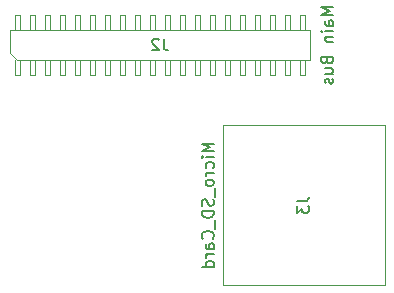
<source format=gbr>
G04 #@! TF.GenerationSoftware,KiCad,Pcbnew,(5.1.6)-1*
G04 #@! TF.CreationDate,2020-11-06T20:40:43+01:00*
G04 #@! TF.ProjectId,DynOSSAT-EDU-OBC,44796e4f-5353-4415-942d-4544552d4f42,rev?*
G04 #@! TF.SameCoordinates,Original*
G04 #@! TF.FileFunction,Other,Fab,Bot*
%FSLAX46Y46*%
G04 Gerber Fmt 4.6, Leading zero omitted, Abs format (unit mm)*
G04 Created by KiCad (PCBNEW (5.1.6)-1) date 2020-11-06 20:40:43*
%MOMM*%
%LPD*%
G01*
G04 APERTURE LIST*
%ADD10C,0.100000*%
%ADD11C,0.150000*%
G04 APERTURE END LIST*
D10*
X139671400Y-72630200D02*
X139671400Y-71345200D01*
X139271400Y-72630200D02*
X139671400Y-72630200D01*
X139271400Y-71345200D02*
X139271400Y-72630200D01*
X139671400Y-67520200D02*
X139271400Y-67520200D01*
X139671400Y-68805200D02*
X139671400Y-67520200D01*
X139271400Y-67520200D02*
X139271400Y-68805200D01*
X138401400Y-72630200D02*
X138401400Y-71345200D01*
X138001400Y-72630200D02*
X138401400Y-72630200D01*
X138001400Y-71345200D02*
X138001400Y-72630200D01*
X138401400Y-67520200D02*
X138001400Y-67520200D01*
X138401400Y-68805200D02*
X138401400Y-67520200D01*
X138001400Y-67520200D02*
X138001400Y-68805200D01*
X137131400Y-72630200D02*
X137131400Y-71345200D01*
X136731400Y-72630200D02*
X137131400Y-72630200D01*
X136731400Y-71345200D02*
X136731400Y-72630200D01*
X137131400Y-67520200D02*
X136731400Y-67520200D01*
X137131400Y-68805200D02*
X137131400Y-67520200D01*
X136731400Y-67520200D02*
X136731400Y-68805200D01*
X135861400Y-72630200D02*
X135861400Y-71345200D01*
X135461400Y-72630200D02*
X135861400Y-72630200D01*
X135461400Y-71345200D02*
X135461400Y-72630200D01*
X135861400Y-67520200D02*
X135461400Y-67520200D01*
X135861400Y-68805200D02*
X135861400Y-67520200D01*
X135461400Y-67520200D02*
X135461400Y-68805200D01*
X134591400Y-72630200D02*
X134591400Y-71345200D01*
X134191400Y-72630200D02*
X134591400Y-72630200D01*
X134191400Y-71345200D02*
X134191400Y-72630200D01*
X134591400Y-67520200D02*
X134191400Y-67520200D01*
X134591400Y-68805200D02*
X134591400Y-67520200D01*
X134191400Y-67520200D02*
X134191400Y-68805200D01*
X133321400Y-72630200D02*
X133321400Y-71345200D01*
X132921400Y-72630200D02*
X133321400Y-72630200D01*
X132921400Y-71345200D02*
X132921400Y-72630200D01*
X133321400Y-67520200D02*
X132921400Y-67520200D01*
X133321400Y-68805200D02*
X133321400Y-67520200D01*
X132921400Y-67520200D02*
X132921400Y-68805200D01*
X132051400Y-72630200D02*
X132051400Y-71345200D01*
X131651400Y-72630200D02*
X132051400Y-72630200D01*
X131651400Y-71345200D02*
X131651400Y-72630200D01*
X132051400Y-67520200D02*
X131651400Y-67520200D01*
X132051400Y-68805200D02*
X132051400Y-67520200D01*
X131651400Y-67520200D02*
X131651400Y-68805200D01*
X130781400Y-72630200D02*
X130781400Y-71345200D01*
X130381400Y-72630200D02*
X130781400Y-72630200D01*
X130381400Y-71345200D02*
X130381400Y-72630200D01*
X130781400Y-67520200D02*
X130381400Y-67520200D01*
X130781400Y-68805200D02*
X130781400Y-67520200D01*
X130381400Y-67520200D02*
X130381400Y-68805200D01*
X129511400Y-72630200D02*
X129511400Y-71345200D01*
X129111400Y-72630200D02*
X129511400Y-72630200D01*
X129111400Y-71345200D02*
X129111400Y-72630200D01*
X129511400Y-67520200D02*
X129111400Y-67520200D01*
X129511400Y-68805200D02*
X129511400Y-67520200D01*
X129111400Y-67520200D02*
X129111400Y-68805200D01*
X128241400Y-72630200D02*
X128241400Y-71345200D01*
X127841400Y-72630200D02*
X128241400Y-72630200D01*
X127841400Y-71345200D02*
X127841400Y-72630200D01*
X128241400Y-67520200D02*
X127841400Y-67520200D01*
X128241400Y-68805200D02*
X128241400Y-67520200D01*
X127841400Y-67520200D02*
X127841400Y-68805200D01*
X126971400Y-72630200D02*
X126971400Y-71345200D01*
X126571400Y-72630200D02*
X126971400Y-72630200D01*
X126571400Y-71345200D02*
X126571400Y-72630200D01*
X126971400Y-67520200D02*
X126571400Y-67520200D01*
X126971400Y-68805200D02*
X126971400Y-67520200D01*
X126571400Y-67520200D02*
X126571400Y-68805200D01*
X125701400Y-72630200D02*
X125701400Y-71345200D01*
X125301400Y-72630200D02*
X125701400Y-72630200D01*
X125301400Y-71345200D02*
X125301400Y-72630200D01*
X125701400Y-67520200D02*
X125301400Y-67520200D01*
X125701400Y-68805200D02*
X125701400Y-67520200D01*
X125301400Y-67520200D02*
X125301400Y-68805200D01*
X124431400Y-72630200D02*
X124431400Y-71345200D01*
X124031400Y-72630200D02*
X124431400Y-72630200D01*
X124031400Y-71345200D02*
X124031400Y-72630200D01*
X124431400Y-67520200D02*
X124031400Y-67520200D01*
X124431400Y-68805200D02*
X124431400Y-67520200D01*
X124031400Y-67520200D02*
X124031400Y-68805200D01*
X123161400Y-72630200D02*
X123161400Y-71345200D01*
X122761400Y-72630200D02*
X123161400Y-72630200D01*
X122761400Y-71345200D02*
X122761400Y-72630200D01*
X123161400Y-67520200D02*
X122761400Y-67520200D01*
X123161400Y-68805200D02*
X123161400Y-67520200D01*
X122761400Y-67520200D02*
X122761400Y-68805200D01*
X121891400Y-72630200D02*
X121891400Y-71345200D01*
X121491400Y-72630200D02*
X121891400Y-72630200D01*
X121491400Y-71345200D02*
X121491400Y-72630200D01*
X121891400Y-67520200D02*
X121491400Y-67520200D01*
X121891400Y-68805200D02*
X121891400Y-67520200D01*
X121491400Y-67520200D02*
X121491400Y-68805200D01*
X120621400Y-72630200D02*
X120621400Y-71345200D01*
X120221400Y-72630200D02*
X120621400Y-72630200D01*
X120221400Y-71345200D02*
X120221400Y-72630200D01*
X120621400Y-67520200D02*
X120221400Y-67520200D01*
X120621400Y-68805200D02*
X120621400Y-67520200D01*
X120221400Y-67520200D02*
X120221400Y-68805200D01*
X119351400Y-72630200D02*
X119351400Y-71345200D01*
X118951400Y-72630200D02*
X119351400Y-72630200D01*
X118951400Y-71345200D02*
X118951400Y-72630200D01*
X119351400Y-67520200D02*
X118951400Y-67520200D01*
X119351400Y-68805200D02*
X119351400Y-67520200D01*
X118951400Y-67520200D02*
X118951400Y-68805200D01*
X118081400Y-72630200D02*
X118081400Y-71345200D01*
X117681400Y-72630200D02*
X118081400Y-72630200D01*
X117681400Y-71345200D02*
X117681400Y-72630200D01*
X118081400Y-67520200D02*
X117681400Y-67520200D01*
X118081400Y-68805200D02*
X118081400Y-67520200D01*
X117681400Y-67520200D02*
X117681400Y-68805200D01*
X116811400Y-72630200D02*
X116811400Y-71345200D01*
X116411400Y-72630200D02*
X116811400Y-72630200D01*
X116411400Y-71345200D02*
X116411400Y-72630200D01*
X116811400Y-67520200D02*
X116411400Y-67520200D01*
X116811400Y-68805200D02*
X116811400Y-67520200D01*
X116411400Y-67520200D02*
X116411400Y-68805200D01*
X115541400Y-72630200D02*
X115541400Y-71345200D01*
X115141400Y-72630200D02*
X115541400Y-72630200D01*
X115141400Y-71345200D02*
X115141400Y-72630200D01*
X115541400Y-67520200D02*
X115141400Y-67520200D01*
X115541400Y-68805200D02*
X115541400Y-67520200D01*
X115141400Y-67520200D02*
X115141400Y-68805200D01*
X140106400Y-68805200D02*
X114706400Y-68805200D01*
X140106400Y-71345200D02*
X140106400Y-68805200D01*
X115341400Y-71345200D02*
X140106400Y-71345200D01*
X114706400Y-70710200D02*
X115341400Y-71345200D01*
X114706400Y-68805200D02*
X114706400Y-70710200D01*
X132716000Y-76816800D02*
X146416000Y-76816800D01*
X146416000Y-76816800D02*
X146416000Y-90416800D01*
X146416000Y-90416800D02*
X132716000Y-90416800D01*
X132716000Y-90416800D02*
X132716000Y-76816800D01*
D11*
X142058780Y-66860914D02*
X141058780Y-66860914D01*
X141773066Y-67194247D01*
X141058780Y-67527580D01*
X142058780Y-67527580D01*
X142058780Y-68432342D02*
X141534971Y-68432342D01*
X141439733Y-68384723D01*
X141392114Y-68289485D01*
X141392114Y-68099009D01*
X141439733Y-68003771D01*
X142011161Y-68432342D02*
X142058780Y-68337104D01*
X142058780Y-68099009D01*
X142011161Y-68003771D01*
X141915923Y-67956152D01*
X141820685Y-67956152D01*
X141725447Y-68003771D01*
X141677828Y-68099009D01*
X141677828Y-68337104D01*
X141630209Y-68432342D01*
X142058780Y-68908533D02*
X141392114Y-68908533D01*
X141058780Y-68908533D02*
X141106400Y-68860914D01*
X141154019Y-68908533D01*
X141106400Y-68956152D01*
X141058780Y-68908533D01*
X141154019Y-68908533D01*
X141392114Y-69384723D02*
X142058780Y-69384723D01*
X141487352Y-69384723D02*
X141439733Y-69432342D01*
X141392114Y-69527580D01*
X141392114Y-69670438D01*
X141439733Y-69765676D01*
X141534971Y-69813295D01*
X142058780Y-69813295D01*
X141534971Y-71384723D02*
X141582590Y-71527580D01*
X141630209Y-71575200D01*
X141725447Y-71622819D01*
X141868304Y-71622819D01*
X141963542Y-71575200D01*
X142011161Y-71527580D01*
X142058780Y-71432342D01*
X142058780Y-71051390D01*
X141058780Y-71051390D01*
X141058780Y-71384723D01*
X141106400Y-71479961D01*
X141154019Y-71527580D01*
X141249257Y-71575200D01*
X141344495Y-71575200D01*
X141439733Y-71527580D01*
X141487352Y-71479961D01*
X141534971Y-71384723D01*
X141534971Y-71051390D01*
X141392114Y-72479961D02*
X142058780Y-72479961D01*
X141392114Y-72051390D02*
X141915923Y-72051390D01*
X142011161Y-72099009D01*
X142058780Y-72194247D01*
X142058780Y-72337104D01*
X142011161Y-72432342D01*
X141963542Y-72479961D01*
X142011161Y-72908533D02*
X142058780Y-73003771D01*
X142058780Y-73194247D01*
X142011161Y-73289485D01*
X141915923Y-73337104D01*
X141868304Y-73337104D01*
X141773066Y-73289485D01*
X141725447Y-73194247D01*
X141725447Y-73051390D01*
X141677828Y-72956152D01*
X141582590Y-72908533D01*
X141534971Y-72908533D01*
X141439733Y-72956152D01*
X141392114Y-73051390D01*
X141392114Y-73194247D01*
X141439733Y-73289485D01*
X127739733Y-69527580D02*
X127739733Y-70241866D01*
X127787352Y-70384723D01*
X127882590Y-70479961D01*
X128025447Y-70527580D01*
X128120685Y-70527580D01*
X127311161Y-69622819D02*
X127263542Y-69575200D01*
X127168304Y-69527580D01*
X126930209Y-69527580D01*
X126834971Y-69575200D01*
X126787352Y-69622819D01*
X126739733Y-69718057D01*
X126739733Y-69813295D01*
X126787352Y-69956152D01*
X127358780Y-70527580D01*
X126739733Y-70527580D01*
X131948380Y-78402514D02*
X130948380Y-78402514D01*
X131662666Y-78735847D01*
X130948380Y-79069180D01*
X131948380Y-79069180D01*
X131948380Y-79545371D02*
X131281714Y-79545371D01*
X130948380Y-79545371D02*
X130996000Y-79497752D01*
X131043619Y-79545371D01*
X130996000Y-79592990D01*
X130948380Y-79545371D01*
X131043619Y-79545371D01*
X131900761Y-80450133D02*
X131948380Y-80354895D01*
X131948380Y-80164419D01*
X131900761Y-80069180D01*
X131853142Y-80021561D01*
X131757904Y-79973942D01*
X131472190Y-79973942D01*
X131376952Y-80021561D01*
X131329333Y-80069180D01*
X131281714Y-80164419D01*
X131281714Y-80354895D01*
X131329333Y-80450133D01*
X131948380Y-80878704D02*
X131281714Y-80878704D01*
X131472190Y-80878704D02*
X131376952Y-80926323D01*
X131329333Y-80973942D01*
X131281714Y-81069180D01*
X131281714Y-81164419D01*
X131948380Y-81640609D02*
X131900761Y-81545371D01*
X131853142Y-81497752D01*
X131757904Y-81450133D01*
X131472190Y-81450133D01*
X131376952Y-81497752D01*
X131329333Y-81545371D01*
X131281714Y-81640609D01*
X131281714Y-81783466D01*
X131329333Y-81878704D01*
X131376952Y-81926323D01*
X131472190Y-81973942D01*
X131757904Y-81973942D01*
X131853142Y-81926323D01*
X131900761Y-81878704D01*
X131948380Y-81783466D01*
X131948380Y-81640609D01*
X132043619Y-82164419D02*
X132043619Y-82926323D01*
X131900761Y-83116800D02*
X131948380Y-83259657D01*
X131948380Y-83497752D01*
X131900761Y-83592990D01*
X131853142Y-83640609D01*
X131757904Y-83688228D01*
X131662666Y-83688228D01*
X131567428Y-83640609D01*
X131519809Y-83592990D01*
X131472190Y-83497752D01*
X131424571Y-83307276D01*
X131376952Y-83212038D01*
X131329333Y-83164419D01*
X131234095Y-83116800D01*
X131138857Y-83116800D01*
X131043619Y-83164419D01*
X130996000Y-83212038D01*
X130948380Y-83307276D01*
X130948380Y-83545371D01*
X130996000Y-83688228D01*
X131948380Y-84116800D02*
X130948380Y-84116800D01*
X130948380Y-84354895D01*
X130996000Y-84497752D01*
X131091238Y-84592990D01*
X131186476Y-84640609D01*
X131376952Y-84688228D01*
X131519809Y-84688228D01*
X131710285Y-84640609D01*
X131805523Y-84592990D01*
X131900761Y-84497752D01*
X131948380Y-84354895D01*
X131948380Y-84116800D01*
X132043619Y-84878704D02*
X132043619Y-85640609D01*
X131853142Y-86450133D02*
X131900761Y-86402514D01*
X131948380Y-86259657D01*
X131948380Y-86164419D01*
X131900761Y-86021561D01*
X131805523Y-85926323D01*
X131710285Y-85878704D01*
X131519809Y-85831085D01*
X131376952Y-85831085D01*
X131186476Y-85878704D01*
X131091238Y-85926323D01*
X130996000Y-86021561D01*
X130948380Y-86164419D01*
X130948380Y-86259657D01*
X130996000Y-86402514D01*
X131043619Y-86450133D01*
X131948380Y-87307276D02*
X131424571Y-87307276D01*
X131329333Y-87259657D01*
X131281714Y-87164419D01*
X131281714Y-86973942D01*
X131329333Y-86878704D01*
X131900761Y-87307276D02*
X131948380Y-87212038D01*
X131948380Y-86973942D01*
X131900761Y-86878704D01*
X131805523Y-86831085D01*
X131710285Y-86831085D01*
X131615047Y-86878704D01*
X131567428Y-86973942D01*
X131567428Y-87212038D01*
X131519809Y-87307276D01*
X131948380Y-87783466D02*
X131281714Y-87783466D01*
X131472190Y-87783466D02*
X131376952Y-87831085D01*
X131329333Y-87878704D01*
X131281714Y-87973942D01*
X131281714Y-88069180D01*
X131948380Y-88831085D02*
X130948380Y-88831085D01*
X131900761Y-88831085D02*
X131948380Y-88735847D01*
X131948380Y-88545371D01*
X131900761Y-88450133D01*
X131853142Y-88402514D01*
X131757904Y-88354895D01*
X131472190Y-88354895D01*
X131376952Y-88402514D01*
X131329333Y-88450133D01*
X131281714Y-88545371D01*
X131281714Y-88735847D01*
X131329333Y-88831085D01*
X139018380Y-83283466D02*
X139732666Y-83283466D01*
X139875523Y-83235847D01*
X139970761Y-83140609D01*
X140018380Y-82997752D01*
X140018380Y-82902514D01*
X139018380Y-83664419D02*
X139018380Y-84283466D01*
X139399333Y-83950133D01*
X139399333Y-84092990D01*
X139446952Y-84188228D01*
X139494571Y-84235847D01*
X139589809Y-84283466D01*
X139827904Y-84283466D01*
X139923142Y-84235847D01*
X139970761Y-84188228D01*
X140018380Y-84092990D01*
X140018380Y-83807276D01*
X139970761Y-83712038D01*
X139923142Y-83664419D01*
M02*

</source>
